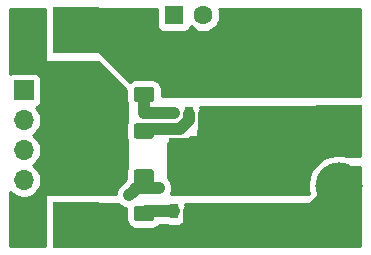
<source format=gbr>
%TF.GenerationSoftware,KiCad,Pcbnew,(5.1.9)-1*%
%TF.CreationDate,2021-10-27T02:20:14-05:00*%
%TF.ProjectId,BLDC_Cont,424c4443-5f43-46f6-9e74-2e6b69636164,rev?*%
%TF.SameCoordinates,Original*%
%TF.FileFunction,Copper,L4,Bot*%
%TF.FilePolarity,Positive*%
%FSLAX46Y46*%
G04 Gerber Fmt 4.6, Leading zero omitted, Abs format (unit mm)*
G04 Created by KiCad (PCBNEW (5.1.9)-1) date 2021-10-27 02:20:14*
%MOMM*%
%LPD*%
G01*
G04 APERTURE LIST*
%TA.AperFunction,SMDPad,CuDef*%
%ADD10R,4.000000X4.000000*%
%TD*%
%TA.AperFunction,SMDPad,CuDef*%
%ADD11C,0.100000*%
%TD*%
%TA.AperFunction,SMDPad,CuDef*%
%ADD12R,0.700000X1.150000*%
%TD*%
%TA.AperFunction,ComponentPad*%
%ADD13C,4.000000*%
%TD*%
%TA.AperFunction,ComponentPad*%
%ADD14R,4.000000X4.000000*%
%TD*%
%TA.AperFunction,ComponentPad*%
%ADD15R,1.600000X1.600000*%
%TD*%
%TA.AperFunction,ComponentPad*%
%ADD16C,1.600000*%
%TD*%
%TA.AperFunction,SMDPad,CuDef*%
%ADD17R,0.950000X1.000000*%
%TD*%
%TA.AperFunction,SMDPad,CuDef*%
%ADD18R,3.200000X4.900000*%
%TD*%
%TA.AperFunction,ComponentPad*%
%ADD19R,1.700000X1.700000*%
%TD*%
%TA.AperFunction,ComponentPad*%
%ADD20O,1.700000X1.700000*%
%TD*%
%TA.AperFunction,ViaPad*%
%ADD21C,0.800000*%
%TD*%
%TA.AperFunction,Conductor*%
%ADD22C,1.000000*%
%TD*%
%TA.AperFunction,Conductor*%
%ADD23C,0.254000*%
%TD*%
%TA.AperFunction,Conductor*%
%ADD24C,0.100000*%
%TD*%
G04 APERTURE END LIST*
D10*
%TO.P,J2,1*%
%TO.N,+VDC*%
X165735000Y-107315000D03*
%TD*%
%TA.AperFunction,SMDPad,CuDef*%
D11*
%TO.P,Q1,5*%
%TO.N,+VDC*%
G36*
X179515000Y-108150000D02*
G01*
X179515000Y-109700000D01*
X179265000Y-109700000D01*
X179265000Y-112775000D01*
X175065000Y-112775000D01*
X175065000Y-109700000D01*
X174815000Y-109700000D01*
X174815000Y-108150000D01*
X179515000Y-108150000D01*
G37*
%TD.AperFunction*%
D12*
%TO.P,Q1,4*%
%TO.N,Net-(Q1-Pad4)*%
X175255000Y-114395000D03*
%TO.P,Q1,3*%
%TO.N,/PHASE*%
X176525000Y-114395000D03*
%TO.P,Q1,1*%
X179075000Y-114395000D03*
%TO.P,Q1,2*%
X177805000Y-114395000D03*
%TD*%
D13*
%TO.P,C7,2*%
%TO.N,GND*%
X187960000Y-120490000D03*
D14*
%TO.P,C7,1*%
%TO.N,+VDC*%
X187960000Y-110490000D03*
%TD*%
D15*
%TO.P,C6,1*%
%TO.N,/VDD*%
X173990000Y-106045000D03*
D16*
%TO.P,C6,2*%
%TO.N,/PHASE*%
X176490000Y-106045000D03*
%TD*%
D17*
%TO.P,D1,2*%
%TO.N,/PHASE*%
X183850000Y-114735000D03*
D18*
%TO.P,D1,3*%
%TO.N,+VDC*%
X182880000Y-110385000D03*
D17*
%TO.P,D1,1*%
%TO.N,/PHASE*%
X181910000Y-114735000D03*
%TD*%
%TO.P,D2,1*%
%TO.N,GND*%
X180640000Y-123095000D03*
D18*
%TO.P,D2,3*%
%TO.N,/PHASE*%
X181610000Y-118745000D03*
D17*
%TO.P,D2,2*%
%TO.N,GND*%
X182580000Y-123095000D03*
%TD*%
D12*
%TO.P,Q2,2*%
%TO.N,GND*%
X176535000Y-122650000D03*
%TO.P,Q2,1*%
X177805000Y-122650000D03*
%TO.P,Q2,3*%
X175255000Y-122650000D03*
%TO.P,Q2,4*%
%TO.N,Net-(Q2-Pad4)*%
X173985000Y-122650000D03*
%TA.AperFunction,SMDPad,CuDef*%
D11*
%TO.P,Q2,5*%
%TO.N,/PHASE*%
G36*
X178245000Y-116405000D02*
G01*
X178245000Y-117955000D01*
X177995000Y-117955000D01*
X177995000Y-121030000D01*
X173795000Y-121030000D01*
X173795000Y-117955000D01*
X173545000Y-117955000D01*
X173545000Y-116405000D01*
X178245000Y-116405000D01*
G37*
%TD.AperFunction*%
%TD*%
%TO.P,R1,1*%
%TO.N,Net-(Q1-Pad4)*%
%TA.AperFunction,SMDPad,CuDef*%
G36*
G01*
X172075001Y-116500000D02*
X170824999Y-116500000D01*
G75*
G02*
X170575000Y-116250001I0J249999D01*
G01*
X170575000Y-115449999D01*
G75*
G02*
X170824999Y-115200000I249999J0D01*
G01*
X172075001Y-115200000D01*
G75*
G02*
X172325000Y-115449999I0J-249999D01*
G01*
X172325000Y-116250001D01*
G75*
G02*
X172075001Y-116500000I-249999J0D01*
G01*
G37*
%TD.AperFunction*%
%TO.P,R1,2*%
%TO.N,/V_OH*%
%TA.AperFunction,SMDPad,CuDef*%
G36*
G01*
X172075001Y-113400000D02*
X170824999Y-113400000D01*
G75*
G02*
X170575000Y-113150001I0J249999D01*
G01*
X170575000Y-112349999D01*
G75*
G02*
X170824999Y-112100000I249999J0D01*
G01*
X172075001Y-112100000D01*
G75*
G02*
X172325000Y-112349999I0J-249999D01*
G01*
X172325000Y-113150001D01*
G75*
G02*
X172075001Y-113400000I-249999J0D01*
G01*
G37*
%TD.AperFunction*%
%TD*%
%TO.P,R2,2*%
%TO.N,/V_OL*%
%TA.AperFunction,SMDPad,CuDef*%
G36*
G01*
X172075001Y-120385000D02*
X170824999Y-120385000D01*
G75*
G02*
X170575000Y-120135001I0J249999D01*
G01*
X170575000Y-119334999D01*
G75*
G02*
X170824999Y-119085000I249999J0D01*
G01*
X172075001Y-119085000D01*
G75*
G02*
X172325000Y-119334999I0J-249999D01*
G01*
X172325000Y-120135001D01*
G75*
G02*
X172075001Y-120385000I-249999J0D01*
G01*
G37*
%TD.AperFunction*%
%TO.P,R2,1*%
%TO.N,Net-(Q2-Pad4)*%
%TA.AperFunction,SMDPad,CuDef*%
G36*
G01*
X172075001Y-123485000D02*
X170824999Y-123485000D01*
G75*
G02*
X170575000Y-123235001I0J249999D01*
G01*
X170575000Y-122434999D01*
G75*
G02*
X170824999Y-122185000I249999J0D01*
G01*
X172075001Y-122185000D01*
G75*
G02*
X172325000Y-122434999I0J-249999D01*
G01*
X172325000Y-123235001D01*
G75*
G02*
X172075001Y-123485000I-249999J0D01*
G01*
G37*
%TD.AperFunction*%
%TD*%
D10*
%TO.P,J1,1*%
%TO.N,/PHASE*%
X187960000Y-115570000D03*
%TD*%
D19*
%TO.P,J4,1*%
%TO.N,+12V*%
X161290000Y-112395000D03*
D20*
%TO.P,J4,2*%
%TO.N,/PWM_A*%
X161290000Y-114935000D03*
%TO.P,J4,3*%
%TO.N,/PWM_B*%
X161290000Y-117475000D03*
%TO.P,J4,4*%
%TO.N,+5VD*%
X161290000Y-120015000D03*
%TO.P,J4,5*%
%TO.N,GNDD*%
X161290000Y-122555000D03*
%TD*%
D10*
%TO.P,J3,1*%
%TO.N,GND*%
X165735000Y-123825000D03*
%TD*%
D21*
%TO.N,GND*%
X167005000Y-125095000D03*
X165735000Y-125095000D03*
X164465000Y-125095000D03*
X168275000Y-125095000D03*
X169545000Y-125095000D03*
X170815000Y-125095000D03*
X172085000Y-125095000D03*
X173355000Y-125095000D03*
X174625000Y-125095000D03*
X175895000Y-125095000D03*
X177165000Y-125095000D03*
X178435000Y-125095000D03*
X179705000Y-125095000D03*
X180975000Y-125095000D03*
X182245000Y-125095000D03*
X183515000Y-125095000D03*
X184785000Y-125095000D03*
X186055000Y-125095000D03*
X187325000Y-125095000D03*
%TO.N,/PHASE*%
X176525000Y-114395000D03*
X177805000Y-114395000D03*
X179075000Y-114395000D03*
X181610000Y-114395000D03*
X184055000Y-114395000D03*
%TO.N,/V_OH*%
X173990000Y-114300000D03*
X172655000Y-114300000D03*
X171450000Y-114300000D03*
%TO.N,/V_OL*%
X172720000Y-120650000D03*
X171450000Y-120650000D03*
X170180000Y-121285000D03*
%TD*%
D22*
%TO.N,+VDC*%
X176660000Y-108655000D02*
X175895000Y-109420000D01*
%TO.N,Net-(Q1-Pad4)*%
X171595010Y-115704990D02*
X174490010Y-115704990D01*
X171450000Y-115850000D02*
X171595010Y-115704990D01*
X175255000Y-114940000D02*
X175255000Y-114395000D01*
X174490010Y-115704990D02*
X175255000Y-114940000D01*
%TO.N,Net-(Q2-Pad4)*%
X171635000Y-122650000D02*
X171450000Y-122835000D01*
X173985000Y-122650000D02*
X171635000Y-122650000D01*
%TO.N,GND*%
X175255000Y-122650000D02*
X175255000Y-124455000D01*
X175255000Y-124455000D02*
X175260000Y-124460000D01*
X182580000Y-124160000D02*
X182880000Y-124460000D01*
X182580000Y-123095000D02*
X182580000Y-124160000D01*
X180640000Y-124125000D02*
X180975000Y-124460000D01*
X180640000Y-123095000D02*
X180640000Y-124125000D01*
X180975000Y-124460000D02*
X182880000Y-124460000D01*
X176535000Y-122650000D02*
X176535000Y-124455000D01*
X176535000Y-124455000D02*
X176530000Y-124460000D01*
X175260000Y-124460000D02*
X176530000Y-124460000D01*
X177805000Y-124455000D02*
X177800000Y-124460000D01*
X177805000Y-122650000D02*
X177805000Y-124455000D01*
X177800000Y-124460000D02*
X180975000Y-124460000D01*
X176530000Y-124460000D02*
X177800000Y-124460000D01*
%TO.N,/PHASE*%
X175890000Y-118105000D02*
X176530000Y-118745000D01*
X181910000Y-116575000D02*
X182880000Y-117545000D01*
X176525000Y-118750000D02*
X175895000Y-119380000D01*
X176525000Y-114395000D02*
X176525000Y-114395000D01*
X177805000Y-117470000D02*
X175895000Y-119380000D01*
X177805000Y-114395000D02*
X177805000Y-114395000D01*
X179075000Y-116200000D02*
X175895000Y-119380000D01*
X179075000Y-114395000D02*
X179075000Y-114395000D01*
X181910000Y-118445000D02*
X181610000Y-118745000D01*
X181910000Y-114735000D02*
X181910000Y-118445000D01*
X176525000Y-114395000D02*
X176525000Y-118750000D01*
X177805000Y-114395000D02*
X177805000Y-117470000D01*
X179075000Y-114395000D02*
X179075000Y-116200000D01*
X180975000Y-119380000D02*
X181610000Y-118745000D01*
X175895000Y-119380000D02*
X180975000Y-119380000D01*
X183850000Y-114735000D02*
X183850000Y-116505000D01*
X183850000Y-116505000D02*
X181610000Y-118745000D01*
%TO.N,/V_OH*%
X173990000Y-114300000D02*
X172655000Y-114300000D01*
X171450000Y-114300000D02*
X171450000Y-112750000D01*
X172655000Y-114300000D02*
X171450000Y-114300000D01*
%TO.N,/V_OL*%
X171450000Y-119735000D02*
X171450000Y-120015000D01*
X170815000Y-120650000D02*
X170497500Y-120967500D01*
X172720000Y-120650000D02*
X170815000Y-120650000D01*
X170497500Y-120967500D02*
X170180000Y-121285000D01*
X171450000Y-120015000D02*
X170497500Y-120967500D01*
%TD*%
D23*
%TO.N,GND*%
X189738000Y-125603000D02*
X163957000Y-125603000D01*
X163957000Y-122047000D01*
X169337074Y-122047000D01*
X169373552Y-122091448D01*
X169546378Y-122233283D01*
X169743554Y-122338676D01*
X169940530Y-122398429D01*
X169936928Y-122434999D01*
X169936928Y-123235001D01*
X169953992Y-123408255D01*
X170004528Y-123574851D01*
X170086595Y-123728387D01*
X170197038Y-123862962D01*
X170331613Y-123973405D01*
X170485149Y-124055472D01*
X170651745Y-124106008D01*
X170824999Y-124123072D01*
X172075001Y-124123072D01*
X172248255Y-124106008D01*
X172414851Y-124055472D01*
X172568387Y-123973405D01*
X172702962Y-123862962D01*
X172766944Y-123785000D01*
X173335627Y-123785000D01*
X173390820Y-123814502D01*
X173510518Y-123850812D01*
X173635000Y-123863072D01*
X174335000Y-123863072D01*
X174459482Y-123850812D01*
X174579180Y-123814502D01*
X174689494Y-123755537D01*
X174786185Y-123676185D01*
X174865537Y-123579494D01*
X174924502Y-123469180D01*
X174960812Y-123349482D01*
X174973072Y-123225000D01*
X174973072Y-123209184D01*
X175038676Y-123086447D01*
X175103577Y-122872499D01*
X175125491Y-122650000D01*
X175103577Y-122427501D01*
X175038676Y-122213553D01*
X174973072Y-122090816D01*
X174973072Y-122075000D01*
X174970314Y-122047000D01*
X185420000Y-122047000D01*
X185444776Y-122044560D01*
X185468601Y-122037333D01*
X185490557Y-122025597D01*
X185509803Y-122009803D01*
X188647606Y-118872000D01*
X189738000Y-118872000D01*
X189738000Y-125603000D01*
%TA.AperFunction,Conductor*%
D24*
G36*
X189738000Y-125603000D02*
G01*
X163957000Y-125603000D01*
X163957000Y-122047000D01*
X169337074Y-122047000D01*
X169373552Y-122091448D01*
X169546378Y-122233283D01*
X169743554Y-122338676D01*
X169940530Y-122398429D01*
X169936928Y-122434999D01*
X169936928Y-123235001D01*
X169953992Y-123408255D01*
X170004528Y-123574851D01*
X170086595Y-123728387D01*
X170197038Y-123862962D01*
X170331613Y-123973405D01*
X170485149Y-124055472D01*
X170651745Y-124106008D01*
X170824999Y-124123072D01*
X172075001Y-124123072D01*
X172248255Y-124106008D01*
X172414851Y-124055472D01*
X172568387Y-123973405D01*
X172702962Y-123862962D01*
X172766944Y-123785000D01*
X173335627Y-123785000D01*
X173390820Y-123814502D01*
X173510518Y-123850812D01*
X173635000Y-123863072D01*
X174335000Y-123863072D01*
X174459482Y-123850812D01*
X174579180Y-123814502D01*
X174689494Y-123755537D01*
X174786185Y-123676185D01*
X174865537Y-123579494D01*
X174924502Y-123469180D01*
X174960812Y-123349482D01*
X174973072Y-123225000D01*
X174973072Y-123209184D01*
X175038676Y-123086447D01*
X175103577Y-122872499D01*
X175125491Y-122650000D01*
X175103577Y-122427501D01*
X175038676Y-122213553D01*
X174973072Y-122090816D01*
X174973072Y-122075000D01*
X174970314Y-122047000D01*
X185420000Y-122047000D01*
X185444776Y-122044560D01*
X185468601Y-122037333D01*
X185490557Y-122025597D01*
X185509803Y-122009803D01*
X188647606Y-118872000D01*
X189738000Y-118872000D01*
X189738000Y-125603000D01*
G37*
%TD.AperFunction*%
%TD*%
D23*
%TO.N,+VDC*%
X172551928Y-106845000D02*
X172564188Y-106969482D01*
X172600498Y-107089180D01*
X172659463Y-107199494D01*
X172738815Y-107296185D01*
X172835506Y-107375537D01*
X172945820Y-107434502D01*
X173065518Y-107470812D01*
X173190000Y-107483072D01*
X174790000Y-107483072D01*
X174914482Y-107470812D01*
X175034180Y-107434502D01*
X175144494Y-107375537D01*
X175241185Y-107296185D01*
X175320537Y-107199494D01*
X175379502Y-107089180D01*
X175408661Y-106993057D01*
X175575241Y-107159637D01*
X175810273Y-107316680D01*
X176071426Y-107424853D01*
X176348665Y-107480000D01*
X176631335Y-107480000D01*
X176908574Y-107424853D01*
X177169727Y-107316680D01*
X177404759Y-107159637D01*
X177604637Y-106959759D01*
X177761680Y-106724727D01*
X177869853Y-106463574D01*
X177925000Y-106186335D01*
X177925000Y-105903665D01*
X177869853Y-105626426D01*
X177832812Y-105537000D01*
X189738000Y-105537000D01*
X189738000Y-112903000D01*
X172963072Y-112903000D01*
X172963072Y-112349999D01*
X172946008Y-112176745D01*
X172895472Y-112010149D01*
X172813405Y-111856613D01*
X172702962Y-111722038D01*
X172568387Y-111611595D01*
X172414851Y-111529528D01*
X172248255Y-111478992D01*
X172075001Y-111461928D01*
X170824999Y-111461928D01*
X170651745Y-111478992D01*
X170485149Y-111529528D01*
X170331613Y-111611595D01*
X170265477Y-111665871D01*
X167729803Y-109130197D01*
X167710557Y-109114403D01*
X167688601Y-109102667D01*
X167664776Y-109095440D01*
X167640000Y-109093000D01*
X163957000Y-109093000D01*
X163957000Y-105537000D01*
X172551928Y-105537000D01*
X172551928Y-106845000D01*
%TA.AperFunction,Conductor*%
D24*
G36*
X172551928Y-106845000D02*
G01*
X172564188Y-106969482D01*
X172600498Y-107089180D01*
X172659463Y-107199494D01*
X172738815Y-107296185D01*
X172835506Y-107375537D01*
X172945820Y-107434502D01*
X173065518Y-107470812D01*
X173190000Y-107483072D01*
X174790000Y-107483072D01*
X174914482Y-107470812D01*
X175034180Y-107434502D01*
X175144494Y-107375537D01*
X175241185Y-107296185D01*
X175320537Y-107199494D01*
X175379502Y-107089180D01*
X175408661Y-106993057D01*
X175575241Y-107159637D01*
X175810273Y-107316680D01*
X176071426Y-107424853D01*
X176348665Y-107480000D01*
X176631335Y-107480000D01*
X176908574Y-107424853D01*
X177169727Y-107316680D01*
X177404759Y-107159637D01*
X177604637Y-106959759D01*
X177761680Y-106724727D01*
X177869853Y-106463574D01*
X177925000Y-106186335D01*
X177925000Y-105903665D01*
X177869853Y-105626426D01*
X177832812Y-105537000D01*
X189738000Y-105537000D01*
X189738000Y-112903000D01*
X172963072Y-112903000D01*
X172963072Y-112349999D01*
X172946008Y-112176745D01*
X172895472Y-112010149D01*
X172813405Y-111856613D01*
X172702962Y-111722038D01*
X172568387Y-111611595D01*
X172414851Y-111529528D01*
X172248255Y-111478992D01*
X172075001Y-111461928D01*
X170824999Y-111461928D01*
X170651745Y-111478992D01*
X170485149Y-111529528D01*
X170331613Y-111611595D01*
X170265477Y-111665871D01*
X167729803Y-109130197D01*
X167710557Y-109114403D01*
X167688601Y-109102667D01*
X167664776Y-109095440D01*
X167640000Y-109093000D01*
X163957000Y-109093000D01*
X163957000Y-105537000D01*
X172551928Y-105537000D01*
X172551928Y-106845000D01*
G37*
%TD.AperFunction*%
%TD*%
D23*
%TO.N,/PHASE*%
X185928000Y-116713000D02*
X176022000Y-116713000D01*
X176022000Y-115778824D01*
X176061449Y-115746449D01*
X176203284Y-115573623D01*
X176308676Y-115376447D01*
X176373577Y-115162499D01*
X176390000Y-114995752D01*
X176390000Y-114995745D01*
X176395490Y-114940001D01*
X176390000Y-114884257D01*
X176390000Y-114339249D01*
X176373577Y-114172502D01*
X176308676Y-113958554D01*
X176243072Y-113835816D01*
X176243072Y-113820000D01*
X176240314Y-113792000D01*
X185928000Y-113792000D01*
X185928000Y-116713000D01*
%TA.AperFunction,Conductor*%
D24*
G36*
X185928000Y-116713000D02*
G01*
X176022000Y-116713000D01*
X176022000Y-115778824D01*
X176061449Y-115746449D01*
X176203284Y-115573623D01*
X176308676Y-115376447D01*
X176373577Y-115162499D01*
X176390000Y-114995752D01*
X176390000Y-114995745D01*
X176395490Y-114940001D01*
X176390000Y-114884257D01*
X176390000Y-114339249D01*
X176373577Y-114172502D01*
X176308676Y-113958554D01*
X176243072Y-113835816D01*
X176243072Y-113820000D01*
X176240314Y-113792000D01*
X185928000Y-113792000D01*
X185928000Y-116713000D01*
G37*
%TD.AperFunction*%
%TD*%
D23*
%TO.N,GNDD*%
X163068000Y-109855000D02*
X163070440Y-109879776D01*
X163077667Y-109903601D01*
X163089403Y-109925557D01*
X163105197Y-109944803D01*
X163124443Y-109960597D01*
X163146399Y-109972333D01*
X163170224Y-109979560D01*
X163195000Y-109982000D01*
X167587394Y-109982000D01*
X169938584Y-112333190D01*
X169936928Y-112349999D01*
X169936928Y-113150001D01*
X169953992Y-113323255D01*
X170004528Y-113489851D01*
X170053000Y-113580535D01*
X170053000Y-115019465D01*
X170004528Y-115110149D01*
X169953992Y-115276745D01*
X169936928Y-115449999D01*
X169936928Y-116250001D01*
X169953992Y-116423255D01*
X170004528Y-116589851D01*
X170053000Y-116680535D01*
X170053000Y-118904465D01*
X170004528Y-118995149D01*
X169953992Y-119161745D01*
X169936928Y-119334999D01*
X169936928Y-119922941D01*
X169338012Y-120521857D01*
X169231717Y-120651378D01*
X169126324Y-120848554D01*
X169061423Y-121062502D01*
X169052017Y-121158000D01*
X163195000Y-121158000D01*
X163170224Y-121160440D01*
X163146399Y-121167667D01*
X163124443Y-121179403D01*
X163105197Y-121195197D01*
X163089403Y-121214443D01*
X163077667Y-121236399D01*
X163070440Y-121260224D01*
X163068000Y-121285000D01*
X163068000Y-125603000D01*
X160147000Y-125603000D01*
X160147000Y-120972107D01*
X160343368Y-121168475D01*
X160586589Y-121330990D01*
X160856842Y-121442932D01*
X161143740Y-121500000D01*
X161436260Y-121500000D01*
X161723158Y-121442932D01*
X161993411Y-121330990D01*
X162236632Y-121168475D01*
X162443475Y-120961632D01*
X162605990Y-120718411D01*
X162717932Y-120448158D01*
X162775000Y-120161260D01*
X162775000Y-119868740D01*
X162717932Y-119581842D01*
X162605990Y-119311589D01*
X162443475Y-119068368D01*
X162236632Y-118861525D01*
X162062240Y-118745000D01*
X162236632Y-118628475D01*
X162443475Y-118421632D01*
X162605990Y-118178411D01*
X162717932Y-117908158D01*
X162775000Y-117621260D01*
X162775000Y-117328740D01*
X162717932Y-117041842D01*
X162605990Y-116771589D01*
X162443475Y-116528368D01*
X162236632Y-116321525D01*
X162062240Y-116205000D01*
X162236632Y-116088475D01*
X162443475Y-115881632D01*
X162605990Y-115638411D01*
X162717932Y-115368158D01*
X162775000Y-115081260D01*
X162775000Y-114788740D01*
X162717932Y-114501842D01*
X162605990Y-114231589D01*
X162443475Y-113988368D01*
X162311620Y-113856513D01*
X162384180Y-113834502D01*
X162494494Y-113775537D01*
X162591185Y-113696185D01*
X162670537Y-113599494D01*
X162729502Y-113489180D01*
X162765812Y-113369482D01*
X162778072Y-113245000D01*
X162778072Y-111545000D01*
X162765812Y-111420518D01*
X162729502Y-111300820D01*
X162670537Y-111190506D01*
X162591185Y-111093815D01*
X162494494Y-111014463D01*
X162384180Y-110955498D01*
X162264482Y-110919188D01*
X162140000Y-110906928D01*
X160440000Y-110906928D01*
X160315518Y-110919188D01*
X160195820Y-110955498D01*
X160147000Y-110981593D01*
X160147000Y-105537000D01*
X163068000Y-105537000D01*
X163068000Y-109855000D01*
%TA.AperFunction,Conductor*%
D24*
G36*
X163068000Y-109855000D02*
G01*
X163070440Y-109879776D01*
X163077667Y-109903601D01*
X163089403Y-109925557D01*
X163105197Y-109944803D01*
X163124443Y-109960597D01*
X163146399Y-109972333D01*
X163170224Y-109979560D01*
X163195000Y-109982000D01*
X167587394Y-109982000D01*
X169938584Y-112333190D01*
X169936928Y-112349999D01*
X169936928Y-113150001D01*
X169953992Y-113323255D01*
X170004528Y-113489851D01*
X170053000Y-113580535D01*
X170053000Y-115019465D01*
X170004528Y-115110149D01*
X169953992Y-115276745D01*
X169936928Y-115449999D01*
X169936928Y-116250001D01*
X169953992Y-116423255D01*
X170004528Y-116589851D01*
X170053000Y-116680535D01*
X170053000Y-118904465D01*
X170004528Y-118995149D01*
X169953992Y-119161745D01*
X169936928Y-119334999D01*
X169936928Y-119922941D01*
X169338012Y-120521857D01*
X169231717Y-120651378D01*
X169126324Y-120848554D01*
X169061423Y-121062502D01*
X169052017Y-121158000D01*
X163195000Y-121158000D01*
X163170224Y-121160440D01*
X163146399Y-121167667D01*
X163124443Y-121179403D01*
X163105197Y-121195197D01*
X163089403Y-121214443D01*
X163077667Y-121236399D01*
X163070440Y-121260224D01*
X163068000Y-121285000D01*
X163068000Y-125603000D01*
X160147000Y-125603000D01*
X160147000Y-120972107D01*
X160343368Y-121168475D01*
X160586589Y-121330990D01*
X160856842Y-121442932D01*
X161143740Y-121500000D01*
X161436260Y-121500000D01*
X161723158Y-121442932D01*
X161993411Y-121330990D01*
X162236632Y-121168475D01*
X162443475Y-120961632D01*
X162605990Y-120718411D01*
X162717932Y-120448158D01*
X162775000Y-120161260D01*
X162775000Y-119868740D01*
X162717932Y-119581842D01*
X162605990Y-119311589D01*
X162443475Y-119068368D01*
X162236632Y-118861525D01*
X162062240Y-118745000D01*
X162236632Y-118628475D01*
X162443475Y-118421632D01*
X162605990Y-118178411D01*
X162717932Y-117908158D01*
X162775000Y-117621260D01*
X162775000Y-117328740D01*
X162717932Y-117041842D01*
X162605990Y-116771589D01*
X162443475Y-116528368D01*
X162236632Y-116321525D01*
X162062240Y-116205000D01*
X162236632Y-116088475D01*
X162443475Y-115881632D01*
X162605990Y-115638411D01*
X162717932Y-115368158D01*
X162775000Y-115081260D01*
X162775000Y-114788740D01*
X162717932Y-114501842D01*
X162605990Y-114231589D01*
X162443475Y-113988368D01*
X162311620Y-113856513D01*
X162384180Y-113834502D01*
X162494494Y-113775537D01*
X162591185Y-113696185D01*
X162670537Y-113599494D01*
X162729502Y-113489180D01*
X162765812Y-113369482D01*
X162778072Y-113245000D01*
X162778072Y-111545000D01*
X162765812Y-111420518D01*
X162729502Y-111300820D01*
X162670537Y-111190506D01*
X162591185Y-111093815D01*
X162494494Y-111014463D01*
X162384180Y-110955498D01*
X162264482Y-110919188D01*
X162140000Y-110906928D01*
X160440000Y-110906928D01*
X160315518Y-110919188D01*
X160195820Y-110955498D01*
X160147000Y-110981593D01*
X160147000Y-105537000D01*
X163068000Y-105537000D01*
X163068000Y-109855000D01*
G37*
%TD.AperFunction*%
%TD*%
D23*
%TO.N,/PHASE*%
X189738000Y-117983000D02*
X188793155Y-117983000D01*
X188728601Y-117956261D01*
X188219525Y-117855000D01*
X187700475Y-117855000D01*
X187191399Y-117956261D01*
X186711859Y-118154893D01*
X186280285Y-118443262D01*
X185913262Y-118810285D01*
X185624893Y-119241859D01*
X185426261Y-119721399D01*
X185325000Y-120230475D01*
X185325000Y-120749525D01*
X185406250Y-121158000D01*
X173735430Y-121158000D01*
X173773676Y-121086447D01*
X173838577Y-120872499D01*
X173860491Y-120650000D01*
X173838577Y-120427501D01*
X173773676Y-120213553D01*
X173668284Y-120016377D01*
X173526449Y-119843551D01*
X173482000Y-119807073D01*
X173482000Y-116839990D01*
X174434259Y-116839990D01*
X174490010Y-116845481D01*
X174545761Y-116839990D01*
X174545762Y-116839990D01*
X174712509Y-116823567D01*
X174926457Y-116758666D01*
X175123633Y-116653274D01*
X175296459Y-116511439D01*
X175332005Y-116468126D01*
X175468131Y-116332000D01*
X184150000Y-116332000D01*
X184174776Y-116329560D01*
X184198601Y-116322333D01*
X184220557Y-116310597D01*
X184239803Y-116294803D01*
X186144803Y-114389803D01*
X186160597Y-114370557D01*
X186172333Y-114348601D01*
X186179560Y-114324776D01*
X186182000Y-114300000D01*
X186182000Y-113792000D01*
X189738000Y-113792000D01*
X189738000Y-117983000D01*
%TA.AperFunction,Conductor*%
D24*
G36*
X189738000Y-117983000D02*
G01*
X188793155Y-117983000D01*
X188728601Y-117956261D01*
X188219525Y-117855000D01*
X187700475Y-117855000D01*
X187191399Y-117956261D01*
X186711859Y-118154893D01*
X186280285Y-118443262D01*
X185913262Y-118810285D01*
X185624893Y-119241859D01*
X185426261Y-119721399D01*
X185325000Y-120230475D01*
X185325000Y-120749525D01*
X185406250Y-121158000D01*
X173735430Y-121158000D01*
X173773676Y-121086447D01*
X173838577Y-120872499D01*
X173860491Y-120650000D01*
X173838577Y-120427501D01*
X173773676Y-120213553D01*
X173668284Y-120016377D01*
X173526449Y-119843551D01*
X173482000Y-119807073D01*
X173482000Y-116839990D01*
X174434259Y-116839990D01*
X174490010Y-116845481D01*
X174545761Y-116839990D01*
X174545762Y-116839990D01*
X174712509Y-116823567D01*
X174926457Y-116758666D01*
X175123633Y-116653274D01*
X175296459Y-116511439D01*
X175332005Y-116468126D01*
X175468131Y-116332000D01*
X184150000Y-116332000D01*
X184174776Y-116329560D01*
X184198601Y-116322333D01*
X184220557Y-116310597D01*
X184239803Y-116294803D01*
X186144803Y-114389803D01*
X186160597Y-114370557D01*
X186172333Y-114348601D01*
X186179560Y-114324776D01*
X186182000Y-114300000D01*
X186182000Y-113792000D01*
X189738000Y-113792000D01*
X189738000Y-117983000D01*
G37*
%TD.AperFunction*%
%TD*%
M02*

</source>
